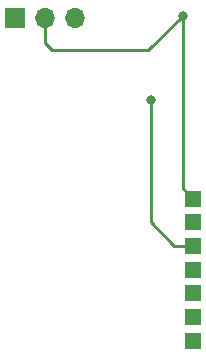
<source format=gbr>
G04 #@! TF.GenerationSoftware,KiCad,Pcbnew,(5.0.1)-4*
G04 #@! TF.CreationDate,2019-02-16T16:55:34+08:00*
G04 #@! TF.ProjectId,Xiaomi2Ali-Smart-Plug-WIFI-Module,5869616F6D6932416C692D536D617274,rev?*
G04 #@! TF.SameCoordinates,Original*
G04 #@! TF.FileFunction,Copper,L2,Bot,Signal*
G04 #@! TF.FilePolarity,Positive*
%FSLAX46Y46*%
G04 Gerber Fmt 4.6, Leading zero omitted, Abs format (unit mm)*
G04 Created by KiCad (PCBNEW (5.0.1)-4) date 2019/2/16 16:55:34*
%MOMM*%
%LPD*%
G01*
G04 APERTURE LIST*
G04 #@! TA.AperFunction,ComponentPad*
%ADD10R,1.700000X1.700000*%
G04 #@! TD*
G04 #@! TA.AperFunction,ComponentPad*
%ADD11O,1.700000X1.700000*%
G04 #@! TD*
G04 #@! TA.AperFunction,ComponentPad*
%ADD12R,1.350000X1.350000*%
G04 #@! TD*
G04 #@! TA.AperFunction,ViaPad*
%ADD13C,0.800000*%
G04 #@! TD*
G04 #@! TA.AperFunction,Conductor*
%ADD14C,0.250000*%
G04 #@! TD*
G04 APERTURE END LIST*
D10*
G04 #@! TO.P,J2,1*
G04 #@! TO.N,Net-(J1-Pad6)*
X128000000Y-72200000D03*
D11*
G04 #@! TO.P,J2,2*
G04 #@! TO.N,VCC*
X130540000Y-72200000D03*
G04 #@! TO.P,J2,3*
G04 #@! TO.N,GND*
X133080000Y-72200000D03*
G04 #@! TD*
D12*
G04 #@! TO.P,J1,1*
G04 #@! TO.N,VCC*
X143100000Y-87500000D03*
G04 #@! TO.P,J1,2*
G04 #@! TO.N,GND*
X143100000Y-89500000D03*
G04 #@! TO.P,J1,3*
G04 #@! TO.N,Net-(J1-Pad3)*
X143100000Y-91500000D03*
G04 #@! TO.P,J1,4*
G04 #@! TO.N,Net-(J1-Pad4)*
X143100000Y-93500000D03*
G04 #@! TO.P,J1,5*
G04 #@! TO.N,Net-(J1-Pad5)*
X143100000Y-95500000D03*
G04 #@! TO.P,J1,6*
G04 #@! TO.N,Net-(J1-Pad6)*
X143100000Y-97500000D03*
G04 #@! TO.P,J1,7*
G04 #@! TO.N,Net-(J1-Pad7)*
X143100000Y-99500000D03*
G04 #@! TD*
D13*
G04 #@! TO.N,VCC*
X142200000Y-72000000D03*
G04 #@! TO.N,Net-(J1-Pad3)*
X139500000Y-79100000D03*
G04 #@! TD*
D14*
G04 #@! TO.N,VCC*
X142200000Y-86600000D02*
X142674990Y-87074990D01*
X142200000Y-72000000D02*
X142200000Y-86600000D01*
X139260000Y-74940000D02*
X142200000Y-72000000D01*
X131140000Y-74940000D02*
X139260000Y-74940000D01*
X130540000Y-72200000D02*
X130540000Y-74340000D01*
X130540000Y-74340000D02*
X131140000Y-74940000D01*
G04 #@! TO.N,Net-(J1-Pad3)*
X141500000Y-91500000D02*
X142674990Y-91500000D01*
X139500000Y-79100000D02*
X139500000Y-89500000D01*
X139500000Y-89500000D02*
X141500000Y-91500000D01*
G04 #@! TD*
M02*

</source>
